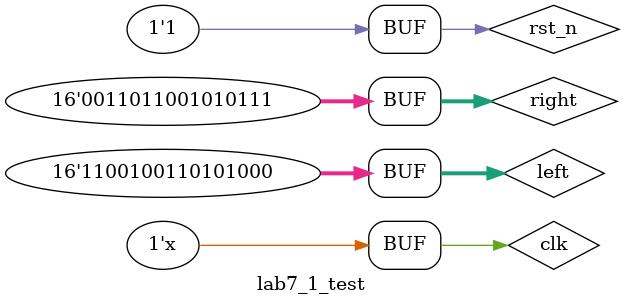
<source format=v>
`timescale 1ns / 1ps


module lab7_1_test;

reg clk, rst_n;
reg [15:0] left, right;
wire mclk, lrck, sck, sdin;


speaker_control u0(.clk(clk), .rst_n(rst_n), .audio_in_left(left), .audio_in_right(right), .audio_mclk(mclk), .audio_lrck(lrck), .audio_sck(sck), .audio_sdin(sdin));

always #1 clk = ~clk;       //  let period be 2

initial
begin
    rst_n = 0;
    clk = 0;
    left = 16'b1100_1001_1010_1000;
    right = 16'b0011_0110_0101_0111;
    #2 rst_n = 1;          //  finish reseting after a period of clk
end
    
endmodule

</source>
